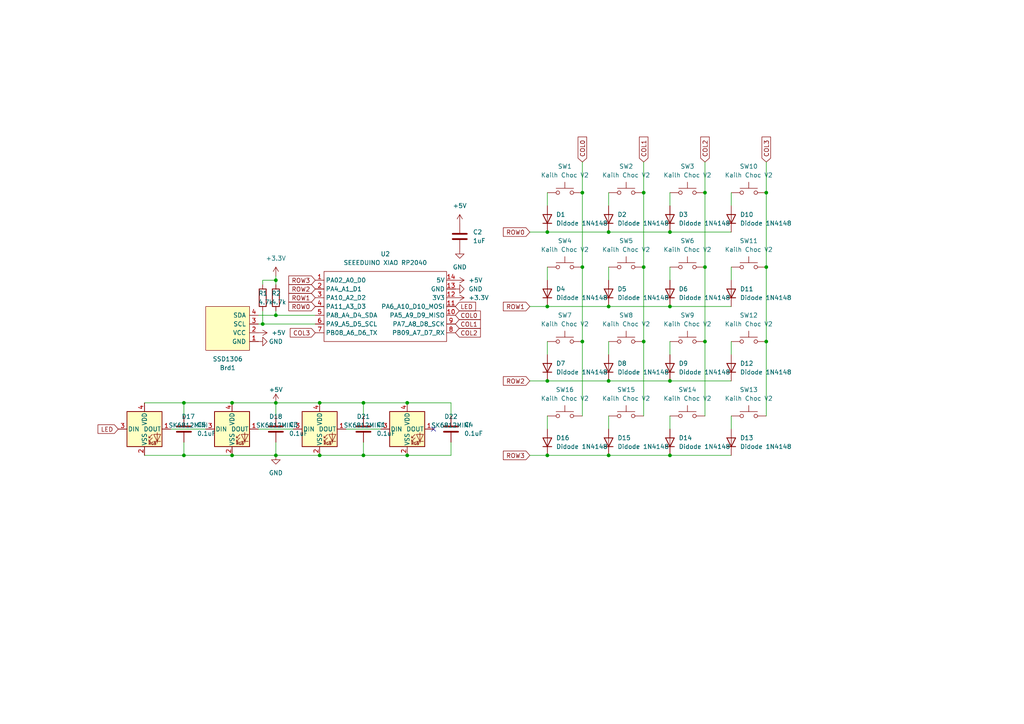
<source format=kicad_sch>
(kicad_sch (version 20231120) (generator "eeschema") (generator_version "8.0")
  (paper "A4")
  (title_block (title "Cyao macropad") (date "2024-09-22") (rev "v5.1") (company "Cheyao") (comment 1 "https://github.com/cheyao/macropad") (comment 2 "Hackclub repo: https://github.com/hackclub/hackpad"))
  (lib_symbols
    (symbol "Device:C" (pin_numbers hide) (pin_names (offset 0.254))
      (property "Reference" "C" (at 0.635 2.54 0))
      (property "Value" "C" (at 0.635 -2.54 0))
      (symbol "C_0_1"
        (polyline (pts (xy -2.032 -0.762) (xy 2.032 -0.762)) (stroke (width 0.508)))
        (polyline (pts (xy -2.032 0.762) (xy 2.032 0.762)) (stroke (width 0.508)))
      )
      (symbol "C_1_1"
        (pin passive line (at 0 3.81 270) (length 2.794) (name "~") (number "1"))
        (pin passive line (at 0 -3.81 90) (length 2.794) (name "~") (number "2"))
      )
    )
    (symbol "Device:D" (pin_numbers hide) (pin_names (offset 1.016) hide)
      (property "Reference" "D" (at 0 2.54 0))
      (property "Value" "D" (at 0 -2.54 0))
      (symbol "D_0_1"
        (polyline (pts (xy -1.27 1.27) (xy -1.27 -1.27)) (stroke (width 0.254)))
        (polyline (pts (xy 1.27 0) (xy -1.27 0)))
        (polyline (pts (xy 1.27 1.27) (xy 1.27 -1.27) (xy -1.27 0) (xy 1.27 1.27)) (stroke (width 0.254)))
      )
      (symbol "D_1_1"
        (pin passive line (at -3.81 0 0) (length 2.54) (name "K") (number "1"))
        (pin passive line (at 3.81 0 180) (length 2.54) (name "A") (number "2"))
      )
    )
    (symbol "Device:R" (pin_numbers hide) (pin_names (offset 0))
      (property "Reference" "R" (at 2.032 0 90))
      (property "Value" "R" (at 0 0 90))
      (symbol "R_0_1"
        (rectangle (start -1.016 -2.54) (end 1.016 2.54) (stroke (width 0.254)))
      )
      (symbol "R_1_1"
        (pin passive line (at 0 3.81 270) (length 1.27) (name "~") (number "1"))
        (pin passive line (at 0 -3.81 90) (length 1.27) (name "~") (number "2"))
      )
    )
    (symbol "LED:SK6812MINI" (pin_names (offset 0.254))
      (property "Reference" "D" (at 5.08 5.715 0))
      (property "Value" "SK6812MINI" (at 1.27 -5.715 0))
      (symbol "SK6812MINI_0_0"
        (text "RGB" (at 2.286 -4.191 0) (effects (font (size 0.762 0.762))))
      )
      (symbol "SK6812MINI_0_1"
        (polyline (pts (xy 1.27 -3.556) (xy 1.778 -3.556)))
        (polyline (pts (xy 1.27 -2.54) (xy 1.778 -2.54)))
        (polyline (pts (xy 4.699 -3.556) (xy 2.667 -3.556)))
        (polyline (pts (xy 2.286 -2.54) (xy 1.27 -3.556) (xy 1.27 -3.048)))
        (polyline (pts (xy 2.286 -1.524) (xy 1.27 -2.54) (xy 1.27 -2.032)))
        (polyline (pts (xy 3.683 -1.016) (xy 3.683 -3.556) (xy 3.683 -4.064)))
        (polyline (pts (xy 4.699 -1.524) (xy 2.667 -1.524) (xy 3.683 -3.556) (xy 4.699 -1.524)))
        (rectangle (start 5.08 5.08) (end -5.08 -5.08) (stroke (width 0.254)) (fill (type background)))
      )
      (symbol "SK6812MINI_1_1"
        (pin output line (at 7.62 0 180) (length 2.54) (name "DOUT") (number "1"))
        (pin power_in line (at 0 -7.62 90) (length 2.54) (name "VSS") (number "2"))
        (pin input line (at -7.62 0 0) (length 2.54) (name "DIN") (number "3"))
        (pin power_in line (at 0 7.62 270) (length 2.54) (name "VDD") (number "4"))
      )
    )
    (symbol "Switch:SW_Push" (pin_numbers hide) (pin_names (offset 1.016) hide)
      (property "Reference" "SW" (at 1.27 2.54 0))
      (property "Value" "SW_Push" (at 0 -1.524 0))
      (symbol "SW_Push_0_1"
        (circle (center -2.032 0) (radius 0.508))
        (polyline (pts (xy 0 1.27) (xy 0 3.048)))
        (polyline (pts (xy 2.54 1.27) (xy -2.54 1.27)))
        (circle (center 2.032 0) (radius 0.508))
        (pin passive line (at -5.08 0 0) (length 2.54) (name "1") (number "1"))
        (pin passive line (at 5.08 0 180) (length 2.54) (name "2") (number "2"))
      )
    )
    (symbol "power:+3.3V" (power) (pin_names (offset 0))
      (property "Value" "+3.3V" (at 0 3.556 0))
      (symbol "+3.3V_0_1"
        (polyline (pts (xy -0.762 1.27) (xy 0 2.54)))
        (polyline (pts (xy 0 0) (xy 0 2.54)))
        (polyline (pts (xy 0 2.54) (xy 0.762 1.27)))
      )
      (symbol "+3.3V_1_1"
        (pin power_in line (at 0 0 90) (length 0) hide (name "+3.3V") (number "1"))
      )
    )
    (symbol "power:+5V" (power) (pin_names (offset 0))
      (property "Value" "+5V" (at 0 3.556 0))
      (symbol "+5V_0_1"
        (polyline (pts (xy -0.762 1.27) (xy 0 2.54)))
        (polyline (pts (xy 0 0) (xy 0 2.54)))
        (polyline (pts (xy 0 2.54) (xy 0.762 1.27)))
      )
      (symbol "+5V_1_1"
        (pin power_in line (at 0 0 90) (length 0) hide (name "+5V") (number "1"))
      )
    )
    (symbol "power:GND" (power) (pin_names (offset 0))
      (property "Value" "GND" (at 0 -3.81 0))
      (symbol "GND_0_1"
        (polyline (pts (xy 0 0) (xy 0 -1.27) (xy 1.27 -1.27) (xy 0 -2.54) (xy -1.27 -1.27) (xy 0 -1.27)))
      )
      (symbol "GND_1_1"
        (pin power_in line (at 0 0 270) (length 0) hide (name "GND") (number "1"))
      )
    )
    (symbol "screen:SSD1306" (pin_names (offset 1.016))
      (property "Reference" "Brd" (at 0 -3.81 0))
      (property "Value" "SSD1306" (at 0 -1.27 0))
      (symbol "SSD1306_0_1"
        (rectangle (start -6.35 6.35) (end 6.35 -6.35) (fill (type background)))
      )
      (symbol "SSD1306_1_1"
        (pin input line (at -3.81 8.89 270) (length 2.54) (name "GND") (number "1"))
        (pin input line (at -1.27 8.89 270) (length 2.54) (name "VCC") (number "2"))
        (pin input line (at 1.27 8.89 270) (length 2.54) (name "SCL") (number "3"))
        (pin input line (at 3.81 8.89 270) (length 2.54) (name "SDA") (number "4"))
      )
    )
    (symbol "seed-real:MOUDLE-SEEEDUINO-XIAO"
      (property "Reference" "U" (at -16.51 11.43 0))
      (property "Value" "MOUDLE-SEEEDUINO-XIAO" (at -3.81 -11.43 0))
      (symbol "MOUDLE-SEEEDUINO-XIAO_0_1"
        (rectangle (start -16.51 10.16) (end 19.05 -10.16))
      )
      (symbol "MOUDLE-SEEEDUINO-XIAO_1_1"
        (pin passive line (at -19.05 7.62 0) (length 2.54) (name "PA02_A0_D0") (number "1"))
        (pin passive line (at 21.59 -2.54 180) (length 2.54) (name "PA5_A9_D9_MISO") (number "10"))
        (pin passive line (at 21.59 0 180) (length 2.54) (name "PA6_A10_D10_MOSI") (number "11"))
        (pin passive line (at 21.59 2.54 180) (length 2.54) (name "3V3") (number "12"))
        (pin passive line (at 21.59 5.08 180) (length 2.54) (name "GND") (number "13"))
        (pin passive line (at 21.59 7.62 180) (length 2.54) (name "5V") (number "14"))
        (pin passive line (at -19.05 5.08 0) (length 2.54) (name "PA4_A1_D1") (number "2"))
        (pin passive line (at -19.05 2.54 0) (length 2.54) (name "PA10_A2_D2") (number "3"))
        (pin passive line (at -19.05 0 0) (length 2.54) (name "PA11_A3_D3") (number "4"))
        (pin passive line (at -19.05 -2.54 0) (length 2.54) (name "PA8_A4_D4_SDA") (number "5"))
        (pin passive line (at -19.05 -5.08 0) (length 2.54) (name "PA9_A5_D5_SCL") (number "6"))
        (pin passive line (at -19.05 -7.62 0) (length 2.54) (name "PB08_A6_D6_TX") (number "7"))
        (pin passive line (at 21.59 -7.62 180) (length 2.54) (name "PB09_A7_D7_RX") (number "8"))
        (pin passive line (at 21.59 -5.08 180) (length 2.54) (name "PA7_A8_D8_SCK") (number "9"))
      )
    )
  )
  (junction (at 158.75 110.49))
  (junction (at 80.01 132.08))
  (junction (at 158.75 132.08))
  (junction (at 186.69 77.47))
  (junction (at 92.71 116.84))
  (junction (at 168.91 77.47))
  (junction (at 118.11 132.08))
  (junction (at 105.41 116.84))
  (junction (at 76.2 93.98))
  (junction (at 158.75 67.31))
  (junction (at 186.69 55.88))
  (junction (at 118.11 116.84))
  (junction (at 168.91 55.88))
  (junction (at 158.75 88.9))
  (junction (at 176.53 88.9))
  (junction (at 80.01 116.84))
  (junction (at 53.34 132.08))
  (junction (at 222.25 55.88))
  (junction (at 168.91 99.06))
  (junction (at 194.31 110.49))
  (junction (at 204.47 77.47))
  (junction (at 222.25 77.47))
  (junction (at 204.47 99.06))
  (junction (at 176.53 67.31))
  (junction (at 194.31 88.9))
  (junction (at 176.53 110.49))
  (junction (at 67.31 116.84))
  (junction (at 105.41 132.08))
  (junction (at 194.31 67.31))
  (junction (at 53.34 116.84))
  (junction (at 80.01 91.44))
  (junction (at 204.47 55.88))
  (junction (at 186.69 99.06))
  (junction (at 194.31 132.08))
  (junction (at 80.01 81.28))
  (junction (at 222.25 99.06))
  (junction (at 92.71 132.08))
  (junction (at 176.53 132.08))
  (junction (at 67.31 132.08))
  (no_connect (at 125.73 124.46))
  (wire (pts (xy 176.53 110.49) (xy 194.31 110.49)))
  (wire (pts (xy 105.41 116.84) (xy 118.11 116.84)))
  (wire (pts (xy 204.47 55.88) (xy 204.47 77.47)))
  (wire (pts (xy 158.75 120.65) (xy 158.75 124.46)))
  (wire (pts (xy 105.41 132.08) (xy 118.11 132.08)))
  (wire (pts (xy 76.2 82.55) (xy 76.2 81.28)))
  (wire (pts (xy 67.31 116.84) (xy 80.01 116.84)))
  (wire (pts (xy 176.53 99.06) (xy 176.53 102.87)))
  (wire (pts (xy 176.53 88.9) (xy 194.31 88.9)))
  (wire (pts (xy 204.47 99.06) (xy 204.47 120.65)))
  (wire (pts (xy 76.2 93.98) (xy 91.44 93.98)))
  (wire (pts (xy 194.31 77.47) (xy 194.31 81.28)))
  (wire (pts (xy 186.69 99.06) (xy 186.69 120.65)))
  (wire (pts (xy 53.34 128.27) (xy 53.34 132.08)))
  (wire (pts (xy 53.34 116.84) (xy 67.31 116.84)))
  (wire (pts (xy 194.31 120.65) (xy 194.31 124.46)))
  (wire (pts (xy 105.41 128.27) (xy 105.41 132.08)))
  (wire (pts (xy 80.01 81.28) (xy 80.01 82.55)))
  (wire (pts (xy 168.91 99.06) (xy 168.91 120.65)))
  (wire (pts (xy 158.75 99.06) (xy 158.75 102.87)))
  (wire (pts (xy 76.2 81.28) (xy 80.01 81.28)))
  (wire (pts (xy 53.34 116.84) (xy 53.34 120.65)))
  (wire (pts (xy 194.31 110.49) (xy 212.09 110.49)))
  (wire (pts (xy 204.47 55.88) (xy 204.47 46.99)))
  (wire (pts (xy 194.31 99.06) (xy 194.31 102.87)))
  (wire (pts (xy 158.75 77.47) (xy 158.75 81.28)))
  (wire (pts (xy 212.09 55.88) (xy 212.09 59.69)))
  (wire (pts (xy 158.75 132.08) (xy 176.53 132.08)))
  (wire (pts (xy 194.31 132.08) (xy 212.09 132.08)))
  (wire (pts (xy 80.01 90.17) (xy 80.01 91.44)))
  (wire (pts (xy 186.69 55.88) (xy 186.69 77.47)))
  (wire (pts (xy 118.11 132.08) (xy 130.81 132.08)))
  (wire (pts (xy 176.53 77.47) (xy 176.53 81.28)))
  (wire (pts (xy 80.01 91.44) (xy 91.44 91.44)))
  (wire (pts (xy 153.67 88.9) (xy 158.75 88.9)))
  (wire (pts (xy 194.31 88.9) (xy 212.09 88.9)))
  (wire (pts (xy 186.69 46.99) (xy 186.69 55.88)))
  (wire (pts (xy 176.53 120.65) (xy 176.53 124.46)))
  (wire (pts (xy 222.25 55.88) (xy 222.25 77.47)))
  (wire (pts (xy 74.93 93.98) (xy 76.2 93.98)))
  (wire (pts (xy 158.75 67.31) (xy 176.53 67.31)))
  (wire (pts (xy 194.31 55.88) (xy 194.31 59.69)))
  (wire (pts (xy 100.33 124.46) (xy 110.49 124.46)))
  (wire (pts (xy 41.91 132.08) (xy 53.34 132.08)))
  (wire (pts (xy 222.25 46.99) (xy 222.25 55.88)))
  (wire (pts (xy 130.81 116.84) (xy 130.81 120.65)))
  (wire (pts (xy 212.09 99.06) (xy 212.09 102.87)))
  (wire (pts (xy 153.67 110.49) (xy 158.75 110.49)))
  (wire (pts (xy 158.75 55.88) (xy 158.75 59.69)))
  (wire (pts (xy 168.91 77.47) (xy 168.91 99.06)))
  (wire (pts (xy 186.69 77.47) (xy 186.69 99.06)))
  (wire (pts (xy 176.53 67.31) (xy 194.31 67.31)))
  (wire (pts (xy 158.75 110.49) (xy 176.53 110.49)))
  (wire (pts (xy 76.2 90.17) (xy 76.2 93.98)))
  (wire (pts (xy 118.11 116.84) (xy 130.81 116.84)))
  (wire (pts (xy 80.01 80.01) (xy 80.01 81.28)))
  (wire (pts (xy 74.93 124.46) (xy 85.09 124.46)))
  (wire (pts (xy 80.01 128.27) (xy 80.01 132.08)))
  (wire (pts (xy 80.01 132.08) (xy 92.71 132.08)))
  (wire (pts (xy 92.71 116.84) (xy 105.41 116.84)))
  (wire (pts (xy 153.67 67.31) (xy 158.75 67.31)))
  (wire (pts (xy 222.25 99.06) (xy 222.25 120.65)))
  (wire (pts (xy 130.81 128.27) (xy 130.81 132.08)))
  (wire (pts (xy 176.53 132.08) (xy 194.31 132.08)))
  (wire (pts (xy 41.91 116.84) (xy 53.34 116.84)))
  (wire (pts (xy 168.91 46.99) (xy 168.91 55.88)))
  (wire (pts (xy 168.91 55.88) (xy 168.91 77.47)))
  (wire (pts (xy 176.53 55.88) (xy 176.53 59.69)))
  (wire (pts (xy 212.09 77.47) (xy 212.09 81.28)))
  (wire (pts (xy 158.75 88.9) (xy 176.53 88.9)))
  (wire (pts (xy 74.93 91.44) (xy 80.01 91.44)))
  (wire (pts (xy 80.01 116.84) (xy 92.71 116.84)))
  (wire (pts (xy 153.67 132.08) (xy 158.75 132.08)))
  (wire (pts (xy 105.41 116.84) (xy 105.41 120.65)))
  (wire (pts (xy 222.25 77.47) (xy 222.25 99.06)))
  (wire (pts (xy 194.31 67.31) (xy 212.09 67.31)))
  (wire (pts (xy 49.53 124.46) (xy 59.69 124.46)))
  (wire (pts (xy 212.09 120.65) (xy 212.09 124.46)))
  (wire (pts (xy 80.01 120.65) (xy 80.01 116.84)))
  (wire (pts (xy 92.71 132.08) (xy 105.41 132.08)))
  (wire (pts (xy 53.34 132.08) (xy 67.31 132.08)))
  (wire (pts (xy 204.47 77.47) (xy 204.47 99.06)))
  (wire (pts (xy 67.31 132.08) (xy 80.01 132.08)))
  (global_label "LED" (shape input) (at 34.29 124.46 180) (property "Intersheetrefs" "${INTERSHEET_REFS}" (effects (hide yes))))
  (global_label "ROW0" (shape input) (at 91.44 88.9 180) (property "Intersheetrefs" "${INTERSHEET_REFS}" (effects (hide yes))))
  (global_label "ROW2" (shape input) (at 153.67 110.49 180) (property "Intersheetrefs" "${INTERSHEET_REFS}" (effects (hide yes))))
  (global_label "COL3" (shape input) (at 91.44 96.52 180) (property "Intersheetrefs" "${INTERSHEET_REFS}" (effects (hide yes))))
  (global_label "ROW1" (shape input) (at 91.44 86.36 180) (property "Intersheetrefs" "${INTERSHEET_REFS}" (effects (hide yes))))
  (global_label "ROW3" (shape input) (at 91.44 81.28 180) (property "Intersheetrefs" "${INTERSHEET_REFS}" (effects (hide yes))))
  (global_label "LED" (shape input) (at 132.08 88.9 0) (property "Intersheetrefs" "${INTERSHEET_REFS}" (effects (hide yes))))
  (global_label "ROW1" (shape input) (at 153.67 88.9 180) (property "Intersheetrefs" "${INTERSHEET_REFS}" (effects (hide yes))))
  (global_label "ROW2" (shape input) (at 91.44 83.82 180) (property "Intersheetrefs" "${INTERSHEET_REFS}" (effects (hide yes))))
  (global_label "COL0" (shape input) (at 132.08 91.44 0) (property "Intersheetrefs" "${INTERSHEET_REFS}" (effects (hide yes))))
  (global_label "COL1" (shape input) (at 186.69 46.99 90) (property "Intersheetrefs" "${INTERSHEET_REFS}" (effects (hide yes))))
  (global_label "ROW0" (shape input) (at 153.67 67.31 180) (property "Intersheetrefs" "${INTERSHEET_REFS}" (effects (hide yes))))
  (global_label "COL0" (shape input) (at 168.91 46.99 90) (property "Intersheetrefs" "${INTERSHEET_REFS}" (effects (hide yes))))
  (global_label "COL2" (shape input) (at 132.08 96.52 0) (property "Intersheetrefs" "${INTERSHEET_REFS}" (effects (hide yes))))
  (global_label "ROW3" (shape input) (at 153.67 132.08 180) (property "Intersheetrefs" "${INTERSHEET_REFS}" (effects (hide yes))))
  (global_label "COL3" (shape input) (at 222.25 46.99 90) (property "Intersheetrefs" "${INTERSHEET_REFS}" (effects (hide yes))))
  (global_label "COL1" (shape input) (at 132.08 93.98 0) (property "Intersheetrefs" "${INTERSHEET_REFS}" (effects (hide yes))))
  (global_label "COL2" (shape input) (at 204.47 46.99 90) (property "Intersheetrefs" "${INTERSHEET_REFS}" (effects (hide yes))))
  (symbol (lib_id "Device:D") (at 194.31 128.27 90) (unit 1)
    (property "Reference" "D14" (at 196.85 127 90) (effects (justify right)))
    (property "Value" "Didode 1N4148" (at 196.85 129.54 90) (effects (justify right)))
    (property "Footprint" "Diode_THT:D_DO-35_SOD27_P7.62mm_Horizontal" (effects (hide yes)))
    (property "Sim.Device" "D" (effects (hide yes)))
    (property "Sim.Pins" "1=K 2=A" (effects (hide yes)))
  )
  (symbol (lib_id "Device:D") (at 212.09 63.5 90) (unit 1)
    (property "Reference" "D10" (at 214.63 62.23 90) (effects (justify right)))
    (property "Value" "Didode 1N4148" (at 214.63 64.77 90) (effects (justify right)))
    (property "Footprint" "Diode_THT:D_DO-35_SOD27_P7.62mm_Horizontal" (effects (hide yes)))
    (property "Sim.Device" "D" (effects (hide yes)))
    (property "Sim.Pins" "1=K 2=A" (effects (hide yes)))
  )
  (symbol (lib_id "Device:D") (at 158.75 106.68 90) (unit 1)
    (property "Reference" "D7" (at 161.29 105.41 90) (effects (justify right)))
    (property "Value" "Didode 1N4148" (at 161.29 107.95 90) (effects (justify right)))
    (property "Footprint" "Diode_THT:D_DO-35_SOD27_P7.62mm_Horizontal" (effects (hide yes)))
    (property "Sim.Device" "D" (effects (hide yes)))
    (property "Sim.Pins" "1=K 2=A" (effects (hide yes)))
  )
  (symbol (lib_id "Device:C") (at 133.35 68.58 0) (unit 1)
    (property "Reference" "C2" (at 137.16 67.31 0) (effects (justify left)))
    (property "Value" "1uF" (at 137.16 69.85 0) (effects (justify left)))
    (property "Footprint" "Capacitor_THT:C_Disc_D3.0mm_W1.6mm_P2.50mm" (effects (hide yes)))
  )
  (symbol (lib_id "Device:D") (at 194.31 106.68 90) (unit 1)
    (property "Reference" "D9" (at 196.85 105.41 90) (effects (justify right)))
    (property "Value" "Didode 1N4148" (at 196.85 107.95 90) (effects (justify right)))
    (property "Footprint" "Diode_THT:D_DO-35_SOD27_P7.62mm_Horizontal" (effects (hide yes)))
    (property "Sim.Device" "D" (effects (hide yes)))
    (property "Sim.Pins" "1=K 2=A" (effects (hide yes)))
  )
  (symbol (lib_id "Device:D") (at 158.75 85.09 90) (unit 1)
    (property "Reference" "D4" (at 161.29 83.82 90) (effects (justify right)))
    (property "Value" "Didode 1N4148" (at 161.29 86.36 90) (effects (justify right)))
    (property "Footprint" "Diode_THT:D_DO-35_SOD27_P7.62mm_Horizontal" (effects (hide yes)))
    (property "Sim.Device" "D" (effects (hide yes)))
    (property "Sim.Pins" "1=K 2=A" (effects (hide yes)))
  )
  (symbol (lib_id "Device:D") (at 212.09 85.09 90) (unit 1)
    (property "Reference" "D11" (at 214.63 83.82 90) (effects (justify right)))
    (property "Value" "Didode 1N4148" (at 214.63 86.36 90) (effects (justify right)))
    (property "Footprint" "Diode_THT:D_DO-35_SOD27_P7.62mm_Horizontal" (effects (hide yes)))
    (property "Sim.Device" "D" (effects (hide yes)))
    (property "Sim.Pins" "1=K 2=A" (effects (hide yes)))
  )
  (symbol (lib_id "power:GND") (at 74.93 99.06 90) (unit 1)
    (property "Reference" "#PWR01" (effects (hide yes)))
    (property "Value" "GND" (at 80.01 99.06 90))
  )
  (symbol (lib_id "Device:C") (at 53.34 124.46 0) (unit 1)
    (property "Reference" "C5" (at 57.15 123.19 0) (effects (justify left)))
    (property "Value" "0.1uF" (at 57.15 125.73 0) (effects (justify left)))
    (property "Footprint" "Capacitor_THT:C_Disc_D3.0mm_W1.6mm_P2.50mm" (effects (hide yes)))
  )
  (symbol (lib_id "Device:D") (at 176.53 106.68 90) (unit 1)
    (property "Reference" "D8" (at 179.07 105.41 90) (effects (justify right)))
    (property "Value" "Didode 1N4148" (at 179.07 107.95 90) (effects (justify right)))
    (property "Footprint" "Diode_THT:D_DO-35_SOD27_P7.62mm_Horizontal" (effects (hide yes)))
    (property "Sim.Device" "D" (effects (hide yes)))
    (property "Sim.Pins" "1=K 2=A" (effects (hide yes)))
  )
  (symbol (lib_id "Device:C") (at 105.41 124.46 0) (unit 1)
    (property "Reference" "C1" (at 109.22 123.19 0) (effects (justify left)))
    (property "Value" "0.1uF" (at 109.22 125.73 0) (effects (justify left)))
    (property "Footprint" "Capacitor_THT:C_Disc_D3.0mm_W1.6mm_P2.50mm" (effects (hide yes)))
  )
  (symbol (lib_id "Switch:SW_Push") (at 181.61 77.47 0) (unit 1)
    (property "Reference" "SW5" (at 181.61 69.85 0))
    (property "Value" "Kailh Choc V2" (at 181.61 72.39 0))
    (property "Footprint" "key:SW_Kailh_Choc_V2_1.00u" (effects (hide yes)))
  )
  (symbol (lib_id "Switch:SW_Push") (at 217.17 77.47 0) (unit 1)
    (property "Reference" "SW11" (at 217.17 69.85 0))
    (property "Value" "Kailh Choc V2" (at 217.17 72.39 0))
    (property "Footprint" "key:SW_Kailh_Choc_V2_1.00u" (effects (hide yes)))
  )
  (symbol (lib_id "LED:SK6812MINI") (at 92.71 124.46 0) (unit 1)
    (property "Reference" "D21" (at 105.41 120.8121 0))
    (property "Value" "SK6812MINI" (at 105.41 123.3521 0))
    (property "Footprint" "LED:SK6812MINI-E" (effects (hide yes)))
    (property "Datasheet" "https://cdn-shop.adafruit.com/product-files/2686/SK6812MINI_REV.01-1-2.pdf" (effects (hide yes)))
  )
  (symbol (lib_id "Device:D") (at 158.75 128.27 90) (unit 1)
    (property "Reference" "D16" (at 161.29 127 90) (effects (justify right)))
    (property "Value" "Didode 1N4148" (at 161.29 129.54 90) (effects (justify right)))
    (property "Footprint" "Diode_THT:D_DO-35_SOD27_P7.62mm_Horizontal" (effects (hide yes)))
    (property "Sim.Device" "D" (effects (hide yes)))
    (property "Sim.Pins" "1=K 2=A" (effects (hide yes)))
  )
  (symbol (lib_id "Device:R") (at 76.2 86.36 0) (unit 1)
    (property "Reference" "R1" (at 74.93 85.09 0) (effects (justify left)))
    (property "Value" "4.7k" (at 74.93 87.63 0) (effects (justify left)))
    (property "Footprint" "Resistor_THT:R_Axial_DIN0204_L3.6mm_D1.6mm_P7.62mm_Horizontal" (effects (hide yes)))
  )
  (symbol (lib_id "Switch:SW_Push") (at 181.61 99.06 0) (unit 1)
    (property "Reference" "SW8" (at 181.61 91.44 0))
    (property "Value" "Kailh Choc V2" (at 181.61 93.98 0))
    (property "Footprint" "key:SW_Kailh_Choc_V2_1.00u" (effects (hide yes)))
  )
  (symbol (lib_id "Switch:SW_Push") (at 217.17 120.65 0) (unit 1)
    (property "Reference" "SW13" (at 217.17 113.03 0))
    (property "Value" "Kailh Choc V2" (at 217.17 115.57 0))
    (property "Footprint" "key:SW_Kailh_Choc_V2_1.00u" (effects (hide yes)))
  )
  (symbol (lib_id "Device:D") (at 158.75 63.5 90) (unit 1)
    (property "Reference" "D1" (at 161.29 62.23 90) (effects (justify right)))
    (property "Value" "Didode 1N4148" (at 161.29 64.77 90) (effects (justify right)))
    (property "Footprint" "Diode_THT:D_DO-35_SOD27_P7.62mm_Horizontal" (effects (hide yes)))
    (property "Sim.Device" "D" (effects (hide yes)))
    (property "Sim.Pins" "1=K 2=A" (effects (hide yes)))
  )
  (symbol (lib_id "LED:SK6812MINI") (at 118.11 124.46 0) (unit 1)
    (property "Reference" "D22" (at 130.81 120.8121 0))
    (property "Value" "SK6812MINI" (at 130.81 123.3521 0))
    (property "Footprint" "LED:SK6812MINI-E" (effects (hide yes)))
    (property "Datasheet" "https://cdn-shop.adafruit.com/product-files/2686/SK6812MINI_REV.01-1-2.pdf" (effects (hide yes)))
  )
  (symbol (lib_id "Device:D") (at 176.53 128.27 90) (unit 1)
    (property "Reference" "D15" (at 179.07 127 90) (effects (justify right)))
    (property "Value" "Didode 1N4148" (at 179.07 129.54 90) (effects (justify right)))
    (property "Footprint" "Diode_THT:D_DO-35_SOD27_P7.62mm_Horizontal" (effects (hide yes)))
    (property "Sim.Device" "D" (effects (hide yes)))
    (property "Sim.Pins" "1=K 2=A" (effects (hide yes)))
  )
  (symbol (lib_id "Switch:SW_Push") (at 217.17 99.06 0) (unit 1)
    (property "Reference" "SW12" (at 217.17 91.44 0))
    (property "Value" "Kailh Choc V2" (at 217.17 93.98 0))
    (property "Footprint" "key:SW_Kailh_Choc_V2_1.00u" (effects (hide yes)))
  )
  (symbol (lib_id "Device:D") (at 212.09 106.68 90) (unit 1)
    (property "Reference" "D12" (at 214.63 105.41 90) (effects (justify right)))
    (property "Value" "Didode 1N4148" (at 214.63 107.95 90) (effects (justify right)))
    (property "Footprint" "Diode_THT:D_DO-35_SOD27_P7.62mm_Horizontal" (effects (hide yes)))
    (property "Sim.Device" "D" (effects (hide yes)))
    (property "Sim.Pins" "1=K 2=A" (effects (hide yes)))
  )
  (symbol (lib_id "power:+5V") (at 132.08 81.28 270) (unit 1)
    (property "Reference" "#PWR04" (effects (hide yes)))
    (property "Value" "+5V" (at 135.89 81.28 90) (effects (justify left)))
  )
  (symbol (lib_id "Switch:SW_Push") (at 163.83 99.06 0) (unit 1)
    (property "Reference" "SW7" (at 163.83 91.44 0))
    (property "Value" "Kailh Choc V2" (at 163.83 93.98 0))
    (property "Footprint" "key:SW_Kailh_Choc_V2_1.00u" (effects (hide yes)))
  )
  (symbol (lib_id "power:+5V") (at 80.01 116.84 0) (unit 1)
    (property "Reference" "#PWR07" (effects (hide yes)))
    (property "Value" "+5V" (at 80.01 113.03 0))
  )
  (symbol (lib_id "Switch:SW_Push") (at 199.39 55.88 0) (unit 1)
    (property "Reference" "SW3" (at 199.39 48.26 0))
    (property "Value" "Kailh Choc V2" (at 199.39 50.8 0))
    (property "Footprint" "key:SW_Kailh_Choc_V2_1.00u" (effects (hide yes)))
  )
  (symbol (lib_id "LED:SK6812MINI") (at 41.91 124.46 0) (unit 1)
    (property "Reference" "D17" (at 54.61 120.8121 0))
    (property "Value" "SK6812MINI" (at 54.61 123.3521 0))
    (property "Footprint" "LED:SK6812MINI-E" (effects (hide yes)))
    (property "Datasheet" "https://cdn-shop.adafruit.com/product-files/2686/SK6812MINI_REV.01-1-2.pdf" (effects (hide yes)))
  )
  (symbol (lib_id "Switch:SW_Push") (at 163.83 77.47 0) (unit 1)
    (property "Reference" "SW4" (at 163.83 69.85 0))
    (property "Value" "Kailh Choc V2" (at 163.83 72.39 0))
    (property "Footprint" "key:SW_Kailh_Choc_V2_1.00u" (effects (hide yes)))
  )
  (symbol (lib_id "Device:D") (at 176.53 85.09 90) (unit 1)
    (property "Reference" "D5" (at 179.07 83.82 90) (effects (justify right)))
    (property "Value" "Didode 1N4148" (at 179.07 86.36 90) (effects (justify right)))
    (property "Footprint" "Diode_THT:D_DO-35_SOD27_P7.62mm_Horizontal" (effects (hide yes)))
    (property "Sim.Device" "D" (effects (hide yes)))
    (property "Sim.Pins" "1=K 2=A" (effects (hide yes)))
  )
  (symbol (lib_id "Switch:SW_Push") (at 181.61 120.65 0) (unit 1)
    (property "Reference" "SW15" (at 181.61 113.03 0))
    (property "Value" "Kailh Choc V2" (at 181.61 115.57 0))
    (property "Footprint" "key:SW_Kailh_Choc_V2_1.00u" (effects (hide yes)))
  )
  (symbol (lib_id "Device:D") (at 212.09 128.27 90) (unit 1)
    (property "Reference" "D13" (at 214.63 127 90) (effects (justify right)))
    (property "Value" "Didode 1N4148" (at 214.63 129.54 90) (effects (justify right)))
    (property "Footprint" "Diode_THT:D_DO-35_SOD27_P7.62mm_Horizontal" (effects (hide yes)))
    (property "Sim.Device" "D" (effects (hide yes)))
    (property "Sim.Pins" "1=K 2=A" (effects (hide yes)))
  )
  (symbol (lib_id "Switch:SW_Push") (at 199.39 120.65 0) (unit 1)
    (property "Reference" "SW14" (at 199.39 113.03 0))
    (property "Value" "Kailh Choc V2" (at 199.39 115.57 0))
    (property "Footprint" "key:SW_Kailh_Choc_V2_1.00u" (effects (hide yes)))
  )
  (symbol (lib_id "Device:D") (at 176.53 63.5 90) (unit 1)
    (property "Reference" "D2" (at 179.07 62.23 90) (effects (justify right)))
    (property "Value" "Didode 1N4148" (at 179.07 64.77 90) (effects (justify right)))
    (property "Footprint" "Diode_THT:D_DO-35_SOD27_P7.62mm_Horizontal" (effects (hide yes)))
    (property "Sim.Device" "D" (effects (hide yes)))
    (property "Sim.Pins" "1=K 2=A" (effects (hide yes)))
  )
  (symbol (lib_id "Switch:SW_Push") (at 181.61 55.88 0) (unit 1)
    (property "Reference" "SW2" (at 181.61 48.26 0))
    (property "Value" "Kailh Choc V2" (at 181.61 50.8 0))
    (property "Footprint" "key:SW_Kailh_Choc_V2_1.00u" (effects (hide yes)))
  )
  (symbol (lib_id "power:+3.3V") (at 80.01 80.01 0) (unit 1)
    (property "Reference" "#PWR06" (effects (hide yes)))
    (property "Value" "+3.3V" (at 80.01 74.93 0))
  )
  (symbol (lib_id "Switch:SW_Push") (at 199.39 77.47 0) (unit 1)
    (property "Reference" "SW6" (at 199.39 69.85 0))
    (property "Value" "Kailh Choc V2" (at 199.39 72.39 0))
    (property "Footprint" "key:SW_Kailh_Choc_V2_1.00u" (effects (hide yes)))
  )
  (symbol (lib_id "Device:D") (at 194.31 63.5 90) (unit 1)
    (property "Reference" "D3" (at 196.85 62.23 90) (effects (justify right)))
    (property "Value" "Didode 1N4148" (at 196.85 64.77 90) (effects (justify right)))
    (property "Footprint" "Diode_THT:D_DO-35_SOD27_P7.62mm_Horizontal" (effects (hide yes)))
    (property "Sim.Device" "D" (effects (hide yes)))
    (property "Sim.Pins" "1=K 2=A" (effects (hide yes)))
  )
  (symbol (lib_id "seed-real:MOUDLE-SEEEDUINO-XIAO") (at 110.49 88.9 0) (unit 1)
    (property "Reference" "U2" (at 111.76 73.66 0))
    (property "Value" "SEEEDUINO XIAO RP2040" (at 111.76 76.2 0))
    (property "Footprint" "seed:XIAO-Generic-Hybrid-14P-2.54-21X17.8MM" (effects (hide yes)))
  )
  (symbol (lib_id "Switch:SW_Push") (at 199.39 99.06 0) (unit 1)
    (property "Reference" "SW9" (at 199.39 91.44 0))
    (property "Value" "Kailh Choc V2" (at 199.39 93.98 0))
    (property "Footprint" "key:SW_Kailh_Choc_V2_1.00u" (effects (hide yes)))
  )
  (symbol (lib_id "power:GND") (at 132.08 83.82 90) (unit 1)
    (property "Reference" "#PWR03" (effects (hide yes)))
    (property "Value" "GND" (at 135.89 83.82 90) (effects (justify right)))
  )
  (symbol (lib_id "Device:R") (at 80.01 86.36 0) (unit 1)
    (property "Reference" "R2" (at 78.74 85.09 0) (effects (justify left)))
    (property "Value" "4.7k" (at 78.74 87.63 0) (effects (justify left)))
    (property "Footprint" "Resistor_THT:R_Axial_DIN0204_L3.6mm_D1.6mm_P7.62mm_Horizontal" (effects (hide yes)))
  )
  (symbol (lib_id "Device:C") (at 130.81 124.46 0) (unit 1)
    (property "Reference" "C4" (at 134.62 123.19 0) (effects (justify left)))
    (property "Value" "0.1uF" (at 134.62 125.73 0) (effects (justify left)))
    (property "Footprint" "Capacitor_THT:C_Disc_D3.0mm_W1.6mm_P2.50mm" (effects (hide yes)))
  )
  (symbol (lib_id "Device:C") (at 80.01 124.46 0) (unit 1)
    (property "Reference" "C3" (at 83.82 123.19 0) (effects (justify left)))
    (property "Value" "0.1uF" (at 83.82 125.73 0) (effects (justify left)))
    (property "Footprint" "Capacitor_THT:C_Disc_D3.0mm_W1.6mm_P2.50mm" (effects (hide yes)))
  )
  (symbol (lib_id "Device:D") (at 194.31 85.09 90) (unit 1)
    (property "Reference" "D6" (at 196.85 83.82 90) (effects (justify right)))
    (property "Value" "Didode 1N4148" (at 196.85 86.36 90) (effects (justify right)))
    (property "Footprint" "Diode_THT:D_DO-35_SOD27_P7.62mm_Horizontal" (effects (hide yes)))
    (property "Sim.Device" "D" (effects (hide yes)))
    (property "Sim.Pins" "1=K 2=A" (effects (hide yes)))
  )
  (symbol (lib_id "Switch:SW_Push") (at 217.17 55.88 0) (unit 1)
    (property "Reference" "SW10" (at 217.17 48.26 0))
    (property "Value" "Kailh Choc V2" (at 217.17 50.8 0))
    (property "Footprint" "key:SW_Kailh_Choc_V2_1.00u" (effects (hide yes)))
  )
  (symbol (lib_id "power:+5V") (at 74.93 96.52 270) (unit 1)
    (property "Reference" "#PWR09" (effects (hide yes)))
    (property "Value" "+5V" (at 78.74 96.52 90) (effects (justify left)))
  )
  (symbol (lib_id "Switch:SW_Push") (at 163.83 120.65 0) (unit 1)
    (property "Reference" "SW16" (at 163.83 113.03 0))
    (property "Value" "Kailh Choc V2" (at 163.83 115.57 0))
    (property "Footprint" "key:SW_Kailh_Choc_V2_1.00u" (effects (hide yes)))
  )
  (symbol (lib_id "power:GND") (at 133.35 72.39 0) (unit 1)
    (property "Reference" "#PWR010" (effects (hide yes)))
    (property "Value" "GND" (at 133.35 77.47 0))
  )
  (symbol (lib_id "screen:SSD1306") (at 66.04 95.25 270) (mirror x) (unit 1)
    (property "Reference" "Brd1" (at 66.04 106.68 90))
    (property "Value" "SSD1306" (at 66.04 104.14 90))
    (property "Footprint" "screen:128x64OLED" (effects (hide yes)))
  )
  (symbol (lib_id "power:+3.3V") (at 132.08 86.36 270) (unit 1)
    (property "Reference" "#PWR02" (effects (hide yes)))
    (property "Value" "+3.3V" (at 135.89 86.36 90) (effects (justify left)))
  )
  (symbol (lib_id "power:+5V") (at 133.35 64.77 0) (unit 1)
    (property "Reference" "#PWR05" (effects (hide yes)))
    (property "Value" "+5V" (at 133.35 59.69 0))
  )
  (symbol (lib_id "Switch:SW_Push") (at 163.83 55.88 0) (unit 1)
    (property "Reference" "SW1" (at 163.83 48.26 0))
    (property "Value" "Kailh Choc V2" (at 163.83 50.8 0))
    (property "Footprint" "key:SW_Kailh_Choc_V2_1.00u" (effects (hide yes)))
  )
  (symbol (lib_id "LED:SK6812MINI") (at 67.31 124.46 0) (unit 1)
    (property "Reference" "D18" (at 80.01 120.8121 0))
    (property "Value" "SK6812MINI" (at 80.01 123.3521 0))
    (property "Footprint" "LED:SK6812MINI-E" (effects (hide yes)))
    (property "Datasheet" "https://cdn-shop.adafruit.com/product-files/2686/SK6812MINI_REV.01-1-2.pdf" (effects (hide yes)))
  )
  (symbol (lib_id "power:GND") (at 80.01 132.08 0) (unit 1)
    (property "Reference" "#PWR08" (effects (hide yes)))
    (property "Value" "GND" (at 80.01 137.16 0))
  )
)
</source>
